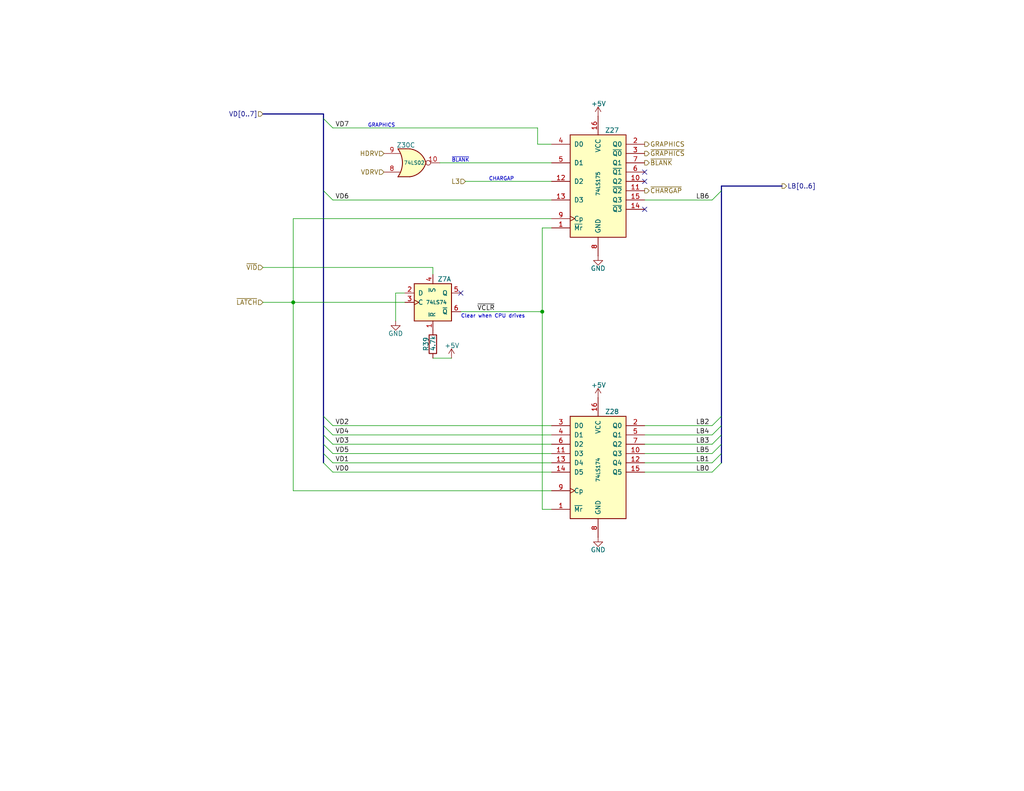
<source format=kicad_sch>
(kicad_sch (version 20250114) (generator "eeschema") (generator_version "9.0")
  (paper "USLetter")
  (title_block (title "TRS-80 Model I Rev HE11E011550") (date "2025-06-15") (rev "E1A") (company "RetroStack - Marcel Erz") (comment 2 "Circuit to latch video content addressed in video RAM") (comment 4 "Video Latch"))
  (lib_symbols
    (symbol "74xx:74LS02" (pin_names (offset 1.016))
      (property "Reference" "U" (at 0 1.27 0))
      (property "Value" "74LS02" (at 0 -1.27 0))
      (symbol "74LS02_1_1"
        (arc (start -3.81 3.81) (mid -2.589 0) (end -3.81 -3.81) (stroke (width 0.254)))
        (polyline (pts (xy -3.81 3.81) (xy -0.635 3.81)) (stroke (width 0.254)) (fill (type background)))
        (polyline (pts (xy -3.81 -3.81) (xy -0.635 -3.81)) (stroke (width 0.254)) (fill (type background)))
        (arc (start 3.81 0) (mid 2.1855 -2.584) (end -0.6096 -3.81) (stroke (width 0.254)) (fill (type background)))
        (arc (start -0.6096 3.81) (mid 2.1928 2.5924) (end 3.81 0) (stroke (width 0.254)) (fill (type background)))
        (polyline (pts (xy -0.635 3.81) (xy -3.81 3.81) (xy -3.81 3.81) (xy -3.556 3.4036) (xy -3.0226 2.2606) (xy -2.6924 1.0414) (xy -2.6162 -0.254) (xy -2.7686 -1.4986) (xy -3.175 -2.7178) (xy -3.81 -3.81) (xy -3.81 -3.81) (xy -0.635 -3.81)) (stroke (width -25.4)) (fill (type background)))
        (pin input line (at -7.62 2.54 0) (length 4.318) (name "~") (number "2"))
        (pin input line (at -7.62 -2.54 0) (length 4.318) (name "~") (number "3"))
        (pin output inverted (at 7.62 0 180) (length 3.81) (name "~") (number "1"))
      )
      (symbol "74LS02_1_2"
        (arc (start 0 3.81) (mid 3.7934 0) (end 0 -3.81) (stroke (width 0.254)) (fill (type background)))
        (polyline (pts (xy 0 3.81) (xy -3.81 3.81) (xy -3.81 -3.81) (xy 0 -3.81)) (stroke (width 0.254)) (fill (type background)))
        (pin input inverted (at -7.62 2.54 0) (length 3.81) (name "~") (number "2"))
        (pin input inverted (at -7.62 -2.54 0) (length 3.81) (name "~") (number "3"))
        (pin output line (at 7.62 0 180) (length 3.81) (name "~") (number "1"))
      )
      (symbol "74LS02_2_1"
        (arc (start -3.81 3.81) (mid -2.589 0) (end -3.81 -3.81) (stroke (width 0.254)))
        (polyline (pts (xy -3.81 3.81) (xy -0.635 3.81)) (stroke (width 0.254)) (fill (type background)))
        (polyline (pts (xy -3.81 -3.81) (xy -0.635 -3.81)) (stroke (width 0.254)) (fill (type background)))
        (arc (start 3.81 0) (mid 2.1855 -2.584) (end -0.6096 -3.81) (stroke (width 0.254)) (fill (type background)))
        (arc (start -0.6096 3.81) (mid 2.1928 2.5924) (end 3.81 0) (stroke (width 0.254)) (fill (type background)))
        (polyline (pts (xy -0.635 3.81) (xy -3.81 3.81) (xy -3.81 3.81) (xy -3.556 3.4036) (xy -3.0226 2.2606) (xy -2.6924 1.0414) (xy -2.6162 -0.254) (xy -2.7686 -1.4986) (xy -3.175 -2.7178) (xy -3.81 -3.81) (xy -3.81 -3.81) (xy -0.635 -3.81)) (stroke (width -25.4)) (fill (type background)))
        (pin input line (at -7.62 2.54 0) (length 4.318) (name "~") (number "5"))
        (pin input line (at -7.62 -2.54 0) (length 4.318) (name "~") (number "6"))
        (pin output inverted (at 7.62 0 180) (length 3.81) (name "~") (number "4"))
      )
      (symbol "74LS02_2_2"
        (arc (start 0 3.81) (mid 3.7934 0) (end 0 -3.81) (stroke (width 0.254)) (fill (type background)))
        (polyline (pts (xy 0 3.81) (xy -3.81 3.81) (xy -3.81 -3.81) (xy 0 -3.81)) (stroke (width 0.254)) (fill (type background)))
        (pin input inverted (at -7.62 2.54 0) (length 3.81) (name "~") (number "5"))
        (pin input inverted (at -7.62 -2.54 0) (length 3.81) (name "~") (number "6"))
        (pin output line (at 7.62 0 180) (length 3.81) (name "~") (number "4"))
      )
      (symbol "74LS02_3_1"
        (arc (start -3.81 3.81) (mid -2.589 0) (end -3.81 -3.81) (stroke (width 0.254)))
        (polyline (pts (xy -3.81 3.81) (xy -0.635 3.81)) (stroke (width 0.254)) (fill (type background)))
        (polyline (pts (xy -3.81 -3.81) (xy -0.635 -3.81)) (stroke (width 0.254)) (fill (type background)))
        (arc (start 3.81 0) (mid 2.1855 -2.584) (end -0.6096 -3.81) (stroke (width 0.254)) (fill (type background)))
        (arc (start -0.6096 3.81) (mid 2.1928 2.5924) (end 3.81 0) (stroke (width 0.254)) (fill (type background)))
        (polyline (pts (xy -0.635 3.81) (xy -3.81 3.81) (xy -3.81 3.81) (xy -3.556 3.4036) (xy -3.0226 2.2606) (xy -2.6924 1.0414) (xy -2.6162 -0.254) (xy -2.7686 -1.4986) (xy -3.175 -2.7178) (xy -3.81 -3.81) (xy -3.81 -3.81) (xy -0.635 -3.81)) (stroke (width -25.4)) (fill (type background)))
        (pin input line (at -7.62 2.54 0) (length 4.318) (name "~") (number "8"))
        (pin input line (at -7.62 -2.54 0) (length 4.318) (name "~") (number "9"))
        (pin output inverted (at 7.62 0 180) (length 3.81) (name "~") (number "10"))
      )
      (symbol "74LS02_3_2"
        (arc (start 0 3.81) (mid 3.7934 0) (end 0 -3.81) (stroke (width 0.254)) (fill (type background)))
        (polyline (pts (xy 0 3.81) (xy -3.81 3.81) (xy -3.81 -3.81) (xy 0 -3.81)) (stroke (width 0.254)) (fill (type background)))
        (pin input inverted (at -7.62 2.54 0) (length 3.81) (name "~") (number "8"))
        (pin input inverted (at -7.62 -2.54 0) (length 3.81) (name "~") (number "9"))
        (pin output line (at 7.62 0 180) (length 3.81) (name "~") (number "10"))
      )
      (symbol "74LS02_4_1"
        (arc (start -3.81 3.81) (mid -2.589 0) (end -3.81 -3.81) (stroke (width 0.254)))
        (polyline (pts (xy -3.81 3.81) (xy -0.635 3.81)) (stroke (width 0.254)) (fill (type background)))
        (polyline (pts (xy -3.81 -3.81) (xy -0.635 -3.81)) (stroke (width 0.254)) (fill (type background)))
        (arc (start 3.81 0) (mid 2.1855 -2.584) (end -0.6096 -3.81) (stroke (width 0.254)) (fill (type background)))
        (arc (start -0.6096 3.81) (mid 2.1928 2.5924) (end 3.81 0) (stroke (width 0.254)) (fill (type background)))
        (polyline (pts (xy -0.635 3.81) (xy -3.81 3.81) (xy -3.81 3.81) (xy -3.556 3.4036) (xy -3.0226 2.2606) (xy -2.6924 1.0414) (xy -2.6162 -0.254) (xy -2.7686 -1.4986) (xy -3.175 -2.7178) (xy -3.81 -3.81) (xy -3.81 -3.81) (xy -0.635 -3.81)) (stroke (width -25.4)) (fill (type background)))
        (pin input line (at -7.62 2.54 0) (length 4.318) (name "~") (number "11"))
        (pin input line (at -7.62 -2.54 0) (length 4.318) (name "~") (number "12"))
        (pin output inverted (at 7.62 0 180) (length 3.81) (name "~") (number "13"))
      )
      (symbol "74LS02_4_2"
        (arc (start 0 3.81) (mid 3.7934 0) (end 0 -3.81) (stroke (width 0.254)) (fill (type background)))
        (polyline (pts (xy 0 3.81) (xy -3.81 3.81) (xy -3.81 -3.81) (xy 0 -3.81)) (stroke (width 0.254)) (fill (type background)))
        (pin input inverted (at -7.62 2.54 0) (length 3.81) (name "~") (number "11"))
        (pin input inverted (at -7.62 -2.54 0) (length 3.81) (name "~") (number "12"))
        (pin output line (at 7.62 0 180) (length 3.81) (name "~") (number "13"))
      )
      (symbol "74LS02_5_0"
        (pin power_in line (at 0 12.7 270) (length 5.08) (name "VCC") (number "14"))
        (pin power_in line (at 0 -12.7 90) (length 5.08) (name "GND") (number "7"))
      )
      (symbol "74LS02_5_1"
        (rectangle (start -5.08 7.62) (end 5.08 -7.62) (stroke (width 0.254)) (fill (type background)))
      )
    )
    (symbol "74xx:74LS174" (pin_names (offset 1.016))
      (property "Reference" "U" (at -7.62 13.97 0))
      (property "Value" "74LS174" (at -7.62 -16.51 0))
      (symbol "74LS174_1_0"
        (pin input line (at -12.7 10.16 0) (length 5.08) (name "D0") (number "3"))
        (pin input line (at -12.7 7.62 0) (length 5.08) (name "D1") (number "4"))
        (pin input line (at -12.7 5.08 0) (length 5.08) (name "D2") (number "6"))
        (pin input line (at -12.7 2.54 0) (length 5.08) (name "D3") (number "11"))
        (pin input line (at -12.7 0 0) (length 5.08) (name "D4") (number "13"))
        (pin input line (at -12.7 -2.54 0) (length 5.08) (name "D5") (number "14"))
        (pin input clock (at -12.7 -7.62 0) (length 5.08) (name "Cp") (number "9"))
        (pin input line (at -12.7 -12.7 0) (length 5.08) (name "~{Mr}") (number "1"))
        (pin power_in line (at 0 17.78 270) (length 5.08) (name "VCC") (number "16"))
        (pin power_in line (at 0 -20.32 90) (length 5.08) (name "GND") (number "8"))
        (pin output line (at 12.7 10.16 180) (length 5.08) (name "Q0") (number "2"))
        (pin output line (at 12.7 7.62 180) (length 5.08) (name "Q1") (number "5"))
        (pin output line (at 12.7 5.08 180) (length 5.08) (name "Q2") (number "7"))
        (pin output line (at 12.7 2.54 180) (length 5.08) (name "Q3") (number "10"))
        (pin output line (at 12.7 0 180) (length 5.08) (name "Q4") (number "12"))
        (pin output line (at 12.7 -2.54 180) (length 5.08) (name "Q5") (number "15"))
      )
      (symbol "74LS174_1_1"
        (rectangle (start -7.62 12.7) (end 7.62 -15.24) (stroke (width 0.254)) (fill (type background)))
      )
    )
    (symbol "74xx:74LS175" (pin_names (offset 1.016))
      (property "Reference" "U" (at -7.62 13.97 0))
      (property "Value" "74LS175" (at -7.62 -16.51 0))
      (symbol "74LS175_1_0"
        (pin input line (at -12.7 10.16 0) (length 5.08) (name "D0") (number "4"))
        (pin input line (at -12.7 5.08 0) (length 5.08) (name "D1") (number "5"))
        (pin input line (at -12.7 0 0) (length 5.08) (name "D2") (number "12"))
        (pin input line (at -12.7 -5.08 0) (length 5.08) (name "D3") (number "13"))
        (pin input clock (at -12.7 -10.16 0) (length 5.08) (name "Cp") (number "9"))
        (pin input line (at -12.7 -12.7 0) (length 5.08) (name "~{Mr}") (number "1"))
        (pin power_in line (at 0 17.78 270) (length 5.08) (name "VCC") (number "16"))
        (pin power_in line (at 0 -20.32 90) (length 5.08) (name "GND") (number "8"))
        (pin output line (at 12.7 10.16 180) (length 5.08) (name "Q0") (number "2"))
        (pin output line (at 12.7 7.62 180) (length 5.08) (name "~{Q0}") (number "3"))
        (pin output line (at 12.7 5.08 180) (length 5.08) (name "Q1") (number "7"))
        (pin output line (at 12.7 2.54 180) (length 5.08) (name "~{Q1}") (number "6"))
        (pin output line (at 12.7 0 180) (length 5.08) (name "Q2") (number "10"))
        (pin output line (at 12.7 -2.54 180) (length 5.08) (name "~{Q2}") (number "11"))
        (pin output line (at 12.7 -5.08 180) (length 5.08) (name "Q3") (number "15"))
        (pin output line (at 12.7 -7.62 180) (length 5.08) (name "~{Q3}") (number "14"))
      )
      (symbol "74LS175_1_1"
        (rectangle (start -7.62 12.7) (end 7.62 -15.24) (stroke (width 0.254)) (fill (type background)))
      )
    )
    (symbol "74xx:74LS74" (pin_names (offset 1.016))
      (property "Reference" "U" (at -7.62 8.89 0))
      (property "Value" "74LS74" (at -7.62 -8.89 0))
      (symbol "74LS74_1_0"
        (pin input line (at -7.62 2.54 0) (length 2.54) (name "D") (number "2"))
        (pin input clock (at -7.62 0 0) (length 2.54) (name "C") (number "3"))
        (pin input line (at 0 7.62 270) (length 2.54) (name "~{S}") (number "4"))
        (pin input line (at 0 -7.62 90) (length 2.54) (name "~{R}") (number "1"))
        (pin output line (at 7.62 2.54 180) (length 2.54) (name "Q") (number "5"))
        (pin output line (at 7.62 -2.54 180) (length 2.54) (name "~{Q}") (number "6"))
      )
      (symbol "74LS74_1_1"
        (rectangle (start -5.08 5.08) (end 5.08 -5.08) (stroke (width 0.254)) (fill (type background)))
      )
      (symbol "74LS74_2_0"
        (pin input line (at -7.62 2.54 0) (length 2.54) (name "D") (number "12"))
        (pin input clock (at -7.62 0 0) (length 2.54) (name "C") (number "11"))
        (pin input line (at 0 7.62 270) (length 2.54) (name "~{S}") (number "10"))
        (pin input line (at 0 -7.62 90) (length 2.54) (name "~{R}") (number "13"))
        (pin output line (at 7.62 2.54 180) (length 2.54) (name "Q") (number "9"))
        (pin output line (at 7.62 -2.54 180) (length 2.54) (name "~{Q}") (number "8"))
      )
      (symbol "74LS74_2_1"
        (rectangle (start -5.08 5.08) (end 5.08 -5.08) (stroke (width 0.254)) (fill (type background)))
      )
      (symbol "74LS74_3_0"
        (pin power_in line (at 0 10.16 270) (length 2.54) (name "VCC") (number "14"))
        (pin power_in line (at 0 -10.16 90) (length 2.54) (name "GND") (number "7"))
      )
      (symbol "74LS74_3_1"
        (rectangle (start -5.08 7.62) (end 5.08 -7.62) (stroke (width 0.254)) (fill (type background)))
      )
    )
    (symbol "Device:R" (pin_numbers (hide yes)) (pin_names (offset 0))
      (property "Reference" "R" (at 2.032 0 90))
      (property "Value" "R" (at 0 0 90))
      (symbol "R_0_1"
        (rectangle (start -1.016 -2.54) (end 1.016 2.54) (stroke (width 0.254)))
      )
      (symbol "R_1_1"
        (pin passive line (at 0 3.81 270) (length 1.27) (name "~") (number "1"))
        (pin passive line (at 0 -3.81 90) (length 1.27) (name "~") (number "2"))
      )
    )
    (symbol "power:+5V" (power) (pin_numbers (hide yes)) (pin_names (offset 0) (hide yes))
      (property "Value" "+5V" (at 0 3.556 0))
      (symbol "+5V_0_1"
        (polyline (pts (xy -0.762 1.27) (xy 0 2.54)))
        (polyline (pts (xy 0 2.54) (xy 0.762 1.27)))
        (polyline (pts (xy 0 0) (xy 0 2.54)))
      )
      (symbol "+5V_1_1"
        (pin power_in line (at 0 0 90) (length 0) (name "~") (number "1"))
      )
    )
    (symbol "power:GND" (power) (pin_numbers (hide yes)) (pin_names (offset 0) (hide yes))
      (property "Value" "GND" (at 0 -3.81 0))
      (symbol "GND_0_1"
        (polyline (pts (xy 0 0) (xy 0 -1.27) (xy 1.27 -1.27) (xy 0 -2.54) (xy -1.27 -1.27) (xy 0 -1.27)))
      )
      (symbol "GND_1_1"
        (pin power_in line (at 0 0 270) (length 0) (name "~") (number "1"))
      )
    )
  )
  (text "CHARGAP" (at 133.35 49.53 0) (effects (font (size 1 1)) (justify left bottom)))
  (text "GRAPHICS" (at 100.33 34.925 0) (effects (font (size 1 1)) (justify left bottom)))
  (text "Clear when CPU drives" (at 125.73 86.995 0) (effects (font (size 1 1)) (justify left bottom)))
  (text "~{BLANK}" (at 123.19 44.45 0) (effects (font (size 1 1)) (justify left bottom)))
  (junction (at 147.955 85.09))
  (junction (at 80.01 82.55))
  (no_connect (at 125.73 80.01))
  (no_connect (at 175.895 46.99))
  (no_connect (at 175.895 57.15))
  (no_connect (at 175.895 49.53))
  (bus_entry (at 90.805 34.925) (size -2.54 -2.54))
  (bus_entry (at 194.31 118.745) (size 2.54 -2.54))
  (bus_entry (at 90.805 118.745) (size -2.54 -2.54))
  (bus_entry (at 194.31 116.205) (size 2.54 -2.54))
  (bus_entry (at 90.805 116.205) (size -2.54 -2.54))
  (bus_entry (at 194.31 121.285) (size 2.54 -2.54))
  (bus_entry (at 194.31 54.61) (size 2.54 -2.54))
  (bus_entry (at 90.805 126.365) (size -2.54 -2.54))
  (bus_entry (at 194.31 123.825) (size 2.54 -2.54))
  (bus_entry (at 90.805 123.825) (size -2.54 -2.54))
  (bus_entry (at 194.31 126.365) (size 2.54 -2.54))
  (bus_entry (at 194.31 128.905) (size 2.54 -2.54))
  (bus_entry (at 90.805 121.285) (size -2.54 -2.54))
  (bus_entry (at 90.805 128.905) (size -2.54 -2.54))
  (bus_entry (at 90.805 54.61) (size -2.54 -2.54))
  (wire (pts (xy 90.805 118.745) (xy 150.495 118.745)))
  (bus (pts (xy 88.265 31.115) (xy 71.755 31.115)))
  (bus (pts (xy 196.85 121.285) (xy 196.85 118.745)))
  (wire (pts (xy 71.755 82.55) (xy 80.01 82.55)))
  (wire (pts (xy 90.805 116.205) (xy 150.495 116.205)))
  (bus (pts (xy 88.265 116.205) (xy 88.265 113.665)))
  (bus (pts (xy 88.265 121.285) (xy 88.265 118.745)))
  (bus (pts (xy 196.85 50.8) (xy 213.36 50.8)))
  (wire (pts (xy 175.895 116.205) (xy 194.31 116.205)))
  (bus (pts (xy 88.265 126.365) (xy 88.265 123.825)))
  (wire (pts (xy 80.01 59.69) (xy 80.01 82.55)))
  (wire (pts (xy 125.73 85.09) (xy 147.955 85.09)))
  (wire (pts (xy 118.11 73.025) (xy 118.11 74.93)))
  (bus (pts (xy 196.85 52.07) (xy 196.85 50.8)))
  (wire (pts (xy 118.11 97.79) (xy 123.19 97.79)))
  (wire (pts (xy 146.685 39.37) (xy 150.495 39.37)))
  (wire (pts (xy 107.95 80.01) (xy 110.49 80.01)))
  (wire (pts (xy 175.895 118.745) (xy 194.31 118.745)))
  (bus (pts (xy 196.85 123.825) (xy 196.85 121.285)))
  (wire (pts (xy 80.01 133.985) (xy 150.495 133.985)))
  (wire (pts (xy 175.895 54.61) (xy 194.31 54.61)))
  (wire (pts (xy 147.955 62.23) (xy 147.955 85.09)))
  (wire (pts (xy 146.685 34.925) (xy 146.685 39.37)))
  (wire (pts (xy 175.895 128.905) (xy 194.31 128.905)))
  (bus (pts (xy 196.85 116.205) (xy 196.85 113.665)))
  (wire (pts (xy 90.805 128.905) (xy 150.495 128.905)))
  (wire (pts (xy 107.95 87.63) (xy 107.95 80.01)))
  (wire (pts (xy 120.015 44.45) (xy 150.495 44.45)))
  (wire (pts (xy 90.805 54.61) (xy 150.495 54.61)))
  (wire (pts (xy 90.805 121.285) (xy 150.495 121.285)))
  (bus (pts (xy 88.265 32.385) (xy 88.265 31.115)))
  (wire (pts (xy 80.01 82.55) (xy 80.01 133.985)))
  (wire (pts (xy 127 49.53) (xy 150.495 49.53)))
  (wire (pts (xy 150.495 139.065) (xy 147.955 139.065)))
  (wire (pts (xy 80.01 82.55) (xy 110.49 82.55)))
  (wire (pts (xy 90.805 34.925) (xy 146.685 34.925)))
  (wire (pts (xy 147.955 62.23) (xy 150.495 62.23)))
  (bus (pts (xy 196.85 126.365) (xy 196.85 123.825)))
  (bus (pts (xy 88.265 123.825) (xy 88.265 121.285)))
  (bus (pts (xy 88.265 52.07) (xy 88.265 113.665)))
  (bus (pts (xy 88.265 52.07) (xy 88.265 32.385)))
  (wire (pts (xy 175.895 123.825) (xy 194.31 123.825)))
  (bus (pts (xy 88.265 118.745) (xy 88.265 116.205)))
  (wire (pts (xy 80.01 59.69) (xy 150.495 59.69)))
  (wire (pts (xy 147.955 85.09) (xy 147.955 139.065)))
  (bus (pts (xy 196.85 52.07) (xy 196.85 113.665)))
  (wire (pts (xy 175.895 121.285) (xy 194.31 121.285)))
  (wire (pts (xy 90.805 123.825) (xy 150.495 123.825)))
  (bus (pts (xy 196.85 118.745) (xy 196.85 116.205)))
  (wire (pts (xy 175.895 126.365) (xy 194.31 126.365)))
  (wire (pts (xy 90.805 126.365) (xy 150.495 126.365)))
  (wire (pts (xy 71.755 73.025) (xy 118.11 73.025)))
  (label "LB0" (at 189.865 128.905 0))
  (label "VD4" (at 95.25 118.745 180))
  (label "VD1" (at 95.25 126.365 180))
  (label "~{VCLR}" (at 130.175 85.09 0))
  (label "VD0" (at 95.25 128.905 180))
  (label "LB4" (at 189.865 118.745 0))
  (label "VD5" (at 95.25 123.825 180))
  (label "LB3" (at 189.865 121.285 0))
  (label "LB6" (at 189.865 54.61 0))
  (label "LB5" (at 189.865 123.825 0))
  (label "LB1" (at 189.865 126.365 0))
  (label "VD2" (at 95.25 116.205 180))
  (label "VD3" (at 95.25 121.285 180))
  (label "VD7" (at 95.25 34.925 180))
  (label "VD6" (at 95.25 54.61 180))
  (label "LB2" (at 189.865 116.205 0))
  (hierarchical_label "L3" (shape input) (at 127 49.53 180))
  (hierarchical_label "LB[0..6]" (shape output) (at 213.36 50.8 0))
  (hierarchical_label "GRAPHICS" (shape output) (at 175.895 39.37 0))
  (hierarchical_label "~{BLANK}" (shape output) (at 175.895 44.45 0))
  (hierarchical_label "~{VID}" (shape input) (at 71.755 73.025 180))
  (hierarchical_label "~{LATCH}" (shape input) (at 71.755 82.55 180))
  (hierarchical_label "~{GRAPHICS}" (shape output) (at 175.895 41.91 0))
  (hierarchical_label "VDRV" (shape input) (at 104.775 46.99 180))
  (hierarchical_label "VD[0..7]" (shape input) (at 71.755 31.115 180))
  (hierarchical_label "HDRV" (shape input) (at 104.775 41.91 180))
  (hierarchical_label "~{CHARGAP}" (shape output) (at 175.895 52.07 0))
  (symbol (lib_id "power:+5V") (at 163.195 31.75 0) (unit 1)
    (property "Reference" "#PWR050" (effects (hide yes)))
    (property "Value" "+5V" (at 163.322 28.321 0))
    (property "Description" "Power symbol creates a global label with name \"+5V\"" (effects (hide yes)))
  )
  (symbol (lib_id "74xx:74LS74") (at 118.11 82.55 0) (unit 2)
    (property "Reference" "Z53" (at 119.38 76.2 0) (effects (justify left)))
    (property "Value" "74LS74" (at 116.205 82.55 0) (effects (font (size 1 1)) (justify left)))
    (property "Footprint" "Library:TRS80_Model_I_DIP14_Jap" (effects (hide yes)))
    (property "Datasheet" "74xx/74hc_hct74.pdf" (effects (hide yes)))
    (instances (project "Replica" (path "" (reference "Z7") (unit 1))) (project "TRS80_Model_I_G_E1" (path "" (reference "Z53") (unit 2))))
  )
  (symbol (lib_id "power:+5V") (at 123.19 97.79 0) (unit 1)
    (property "Reference" "#PWR049" (effects (hide yes)))
    (property "Value" "+5V" (at 123.317 94.361 0))
    (property "Description" "Power symbol creates a global label with name \"+5V\"" (effects (hide yes)))
  )
  (symbol (lib_id "power:GND") (at 163.195 146.685 0) (unit 1)
    (property "Reference" "#PWR053" (effects (hide yes)))
    (property "Value" "GND" (at 163.195 150.114 0))
    (property "Description" "Power symbol creates a global label with name \"GND\" , ground" (effects (hide yes)))
  )
  (symbol (lib_id "power:GND") (at 163.195 69.85 0) (unit 1)
    (property "Reference" "#PWR051" (effects (hide yes)))
    (property "Value" "GND" (at 163.195 73.279 0))
    (property "Description" "Power symbol creates a global label with name \"GND\" , ground" (effects (hide yes)))
  )
  (symbol (lib_id "74xx:74LS174") (at 163.195 126.365 0) (unit 1)
    (property "Reference" "Z11" (at 167.005 112.395 0))
    (property "Value" "74LS174" (at 163.195 128.27 90) (effects (font (size 1 1))))
    (property "Footprint" "Library:TRS80_Model_I_DIP16_Jap" (effects (hide yes)))
    (property "Datasheet" "http://www.ti.com/lit/gpn/sn74LS174" (effects (hide yes)))
    (instances (project "Replica" (path "" (reference "Z28") (unit 1))) (project "TRS80_Model_I_G_E1" (path "" (reference "Z11") (unit 1))))
  )
  (symbol (lib_id "power:GND") (at 107.95 87.63 0) (unit 1)
    (property "Reference" "#PWR048" (effects (hide yes)))
    (property "Value" "GND" (at 107.95 91.059 0))
    (property "Description" "Power symbol creates a global label with name \"GND\" , ground" (effects (hide yes)))
  )
  (symbol (lib_id "Device:R") (at 118.11 93.98 0) (unit 1)
    (property "Reference" "R66" (at 116.205 95.885 90) (effects (justify left)))
    (property "Value" "4.7k" (at 118.11 95.885 90) (effects (justify left)))
    (property "Footprint" "Library:TRS80_Model_I_R_0.25W_Jap" (effects (hide yes)))
    (instances (project "Replica" (path "" (reference "R39") (unit 1))) (project "TRS80_Model_I_G_E1" (path "" (reference "R66") (unit 1))))
  )
  (symbol (lib_id "74xx:74LS175") (at 163.195 49.53 0) (unit 1)
    (property "Reference" "Z56" (at 167.005 35.56 0))
    (property "Value" "74LS175" (at 163.195 50.165 90) (effects (font (size 1 1))))
    (property "Footprint" "Library:TRS80_Model_I_DIP16_Jap" (effects (hide yes)))
    (property "Datasheet" "http://www.ti.com/lit/gpn/sn74LS175" (effects (hide yes)))
    (instances (project "Replica" (path "" (reference "Z27") (unit 1))) (project "TRS80_Model_I_G_E1" (path "" (reference "Z56") (unit 1))))
  )
  (symbol (lib_id "power:+5V") (at 163.195 108.585 0) (unit 1)
    (property "Reference" "#PWR052" (effects (hide yes)))
    (property "Value" "+5V" (at 163.322 105.156 0))
    (property "Description" "Power symbol creates a global label with name \"+5V\"" (effects (hide yes)))
  )
  (symbol (lib_id "74xx:74LS02") (at 112.395 44.45 0) (mirror x) (unit 1)
    (property "Reference" "Z54" (at 110.744 39.624 0))
    (property "Value" "74LS02" (at 113.03 44.45 0) (effects (font (size 1 1))))
    (property "Footprint" "Library:TRS80_Model_I_DIP14_Jap" (effects (hide yes)))
    (property "Datasheet" "http://www.ti.com/lit/gpn/sn74ls02" (effects (hide yes)))
    (instances (project "Replica" (path "" (reference "Z30") (unit 3))) (project "TRS80_Model_I_G_E1" (path "" (reference "Z54") (unit 1))))
  )
)
</source>
